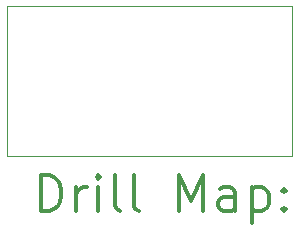
<source format=gbr>
%FSLAX45Y45*%
G04 Gerber Fmt 4.5, Leading zero omitted, Abs format (unit mm)*
G04 Created by KiCad (PCBNEW (5.1.7-0-10_14)) date 2020-10-07 21:58:24*
%MOMM*%
%LPD*%
G01*
G04 APERTURE LIST*
%TA.AperFunction,Profile*%
%ADD10C,0.050000*%
%TD*%
%ADD11C,0.200000*%
%ADD12C,0.300000*%
G04 APERTURE END LIST*
D10*
X13779500Y-8826500D02*
X13779500Y-7556500D01*
X16192500Y-8826500D02*
X13779500Y-8826500D01*
X16192500Y-7556500D02*
X16192500Y-8826500D01*
X13779500Y-7556500D02*
X16192500Y-7556500D01*
D11*
D12*
X14063428Y-9294714D02*
X14063428Y-8994714D01*
X14134857Y-8994714D01*
X14177714Y-9009000D01*
X14206286Y-9037572D01*
X14220571Y-9066143D01*
X14234857Y-9123286D01*
X14234857Y-9166143D01*
X14220571Y-9223286D01*
X14206286Y-9251857D01*
X14177714Y-9280429D01*
X14134857Y-9294714D01*
X14063428Y-9294714D01*
X14363428Y-9294714D02*
X14363428Y-9094714D01*
X14363428Y-9151857D02*
X14377714Y-9123286D01*
X14392000Y-9109000D01*
X14420571Y-9094714D01*
X14449143Y-9094714D01*
X14549143Y-9294714D02*
X14549143Y-9094714D01*
X14549143Y-8994714D02*
X14534857Y-9009000D01*
X14549143Y-9023286D01*
X14563428Y-9009000D01*
X14549143Y-8994714D01*
X14549143Y-9023286D01*
X14734857Y-9294714D02*
X14706286Y-9280429D01*
X14692000Y-9251857D01*
X14692000Y-8994714D01*
X14892000Y-9294714D02*
X14863428Y-9280429D01*
X14849143Y-9251857D01*
X14849143Y-8994714D01*
X15234857Y-9294714D02*
X15234857Y-8994714D01*
X15334857Y-9209000D01*
X15434857Y-8994714D01*
X15434857Y-9294714D01*
X15706286Y-9294714D02*
X15706286Y-9137572D01*
X15692000Y-9109000D01*
X15663428Y-9094714D01*
X15606286Y-9094714D01*
X15577714Y-9109000D01*
X15706286Y-9280429D02*
X15677714Y-9294714D01*
X15606286Y-9294714D01*
X15577714Y-9280429D01*
X15563428Y-9251857D01*
X15563428Y-9223286D01*
X15577714Y-9194714D01*
X15606286Y-9180429D01*
X15677714Y-9180429D01*
X15706286Y-9166143D01*
X15849143Y-9094714D02*
X15849143Y-9394714D01*
X15849143Y-9109000D02*
X15877714Y-9094714D01*
X15934857Y-9094714D01*
X15963428Y-9109000D01*
X15977714Y-9123286D01*
X15992000Y-9151857D01*
X15992000Y-9237572D01*
X15977714Y-9266143D01*
X15963428Y-9280429D01*
X15934857Y-9294714D01*
X15877714Y-9294714D01*
X15849143Y-9280429D01*
X16120571Y-9266143D02*
X16134857Y-9280429D01*
X16120571Y-9294714D01*
X16106286Y-9280429D01*
X16120571Y-9266143D01*
X16120571Y-9294714D01*
X16120571Y-9109000D02*
X16134857Y-9123286D01*
X16120571Y-9137572D01*
X16106286Y-9123286D01*
X16120571Y-9109000D01*
X16120571Y-9137572D01*
M02*

</source>
